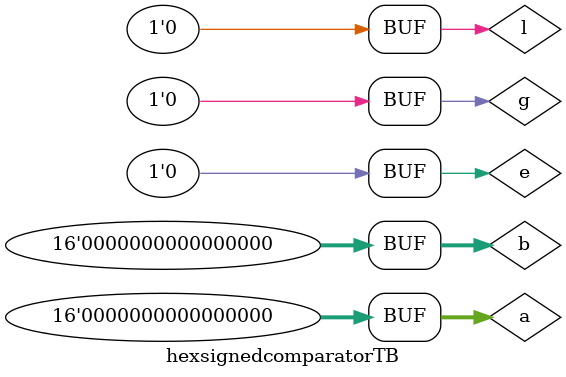
<source format=sv>
module hexsignedcomparatorTB();
  logic [15:0]a,b;
  logic l,e,g;
  wire L,E,G;
  hex_signedcomparator tb(.a(a),.b(b),.l(l),.e(e),.g(g),.L(L),.E(E),.G(G));
  initial begin
    $monitor(a,b,l,e,g,L,E,G);
    a=15'b0;b=15'b0;l=0;e=0;g=0;#59
    e=1;#59
    e=0;#59
    b[15]=1;#59
    b[15]=0;#59
    a[15]=1;#59
    a[15]=0;
  end
endmodule



</source>
